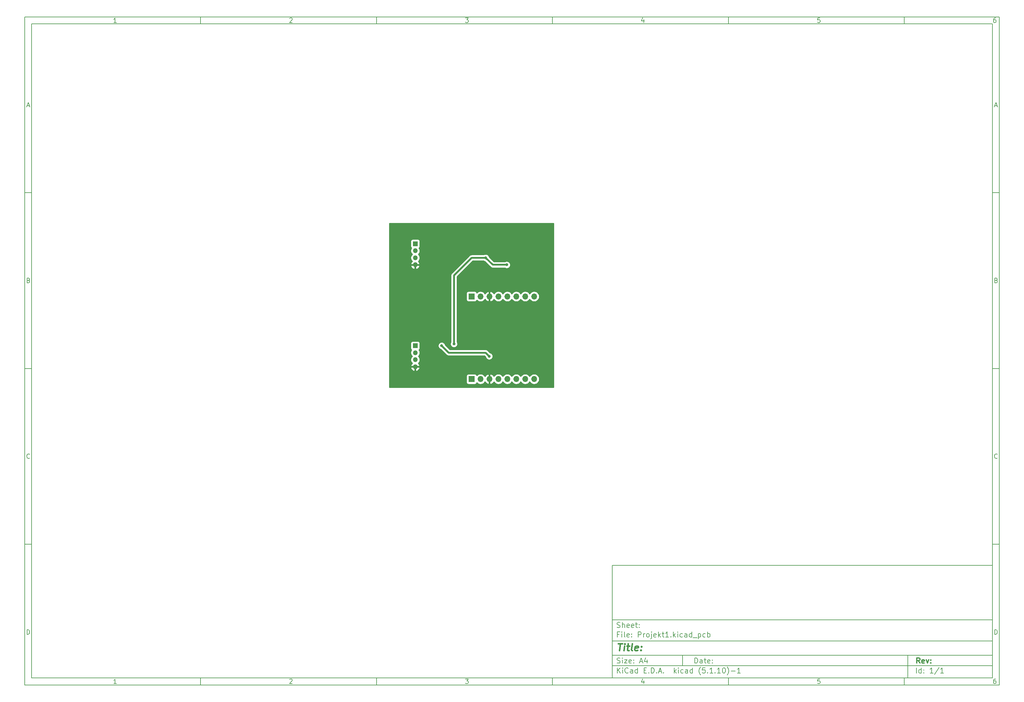
<source format=gbr>
%TF.GenerationSoftware,KiCad,Pcbnew,(5.1.10)-1*%
%TF.CreationDate,2021-11-12T10:04:19+01:00*%
%TF.ProjectId,Projekt1,50726f6a-656b-4743-912e-6b696361645f,rev?*%
%TF.SameCoordinates,Original*%
%TF.FileFunction,Copper,L2,Bot*%
%TF.FilePolarity,Positive*%
%FSLAX46Y46*%
G04 Gerber Fmt 4.6, Leading zero omitted, Abs format (unit mm)*
G04 Created by KiCad (PCBNEW (5.1.10)-1) date 2021-11-12 10:04:19*
%MOMM*%
%LPD*%
G01*
G04 APERTURE LIST*
%ADD10C,0.100000*%
%ADD11C,0.150000*%
%ADD12C,0.300000*%
%ADD13C,0.400000*%
%TA.AperFunction,ComponentPad*%
%ADD14O,1.700000X1.700000*%
%TD*%
%TA.AperFunction,ComponentPad*%
%ADD15R,1.700000X1.700000*%
%TD*%
%TA.AperFunction,ComponentPad*%
%ADD16O,1.350000X1.350000*%
%TD*%
%TA.AperFunction,ComponentPad*%
%ADD17R,1.350000X1.350000*%
%TD*%
%TA.AperFunction,ViaPad*%
%ADD18C,0.800000*%
%TD*%
%TA.AperFunction,Conductor*%
%ADD19C,0.500000*%
%TD*%
%TA.AperFunction,Conductor*%
%ADD20C,0.254000*%
%TD*%
%TA.AperFunction,Conductor*%
%ADD21C,0.100000*%
%TD*%
G04 APERTURE END LIST*
D10*
D11*
X177002200Y-166007200D02*
X177002200Y-198007200D01*
X285002200Y-198007200D01*
X285002200Y-166007200D01*
X177002200Y-166007200D01*
D10*
D11*
X10000000Y-10000000D02*
X10000000Y-200007200D01*
X287002200Y-200007200D01*
X287002200Y-10000000D01*
X10000000Y-10000000D01*
D10*
D11*
X12000000Y-12000000D02*
X12000000Y-198007200D01*
X285002200Y-198007200D01*
X285002200Y-12000000D01*
X12000000Y-12000000D01*
D10*
D11*
X60000000Y-12000000D02*
X60000000Y-10000000D01*
D10*
D11*
X110000000Y-12000000D02*
X110000000Y-10000000D01*
D10*
D11*
X160000000Y-12000000D02*
X160000000Y-10000000D01*
D10*
D11*
X210000000Y-12000000D02*
X210000000Y-10000000D01*
D10*
D11*
X260000000Y-12000000D02*
X260000000Y-10000000D01*
D10*
D11*
X36065476Y-11588095D02*
X35322619Y-11588095D01*
X35694047Y-11588095D02*
X35694047Y-10288095D01*
X35570238Y-10473809D01*
X35446428Y-10597619D01*
X35322619Y-10659523D01*
D10*
D11*
X85322619Y-10411904D02*
X85384523Y-10350000D01*
X85508333Y-10288095D01*
X85817857Y-10288095D01*
X85941666Y-10350000D01*
X86003571Y-10411904D01*
X86065476Y-10535714D01*
X86065476Y-10659523D01*
X86003571Y-10845238D01*
X85260714Y-11588095D01*
X86065476Y-11588095D01*
D10*
D11*
X135260714Y-10288095D02*
X136065476Y-10288095D01*
X135632142Y-10783333D01*
X135817857Y-10783333D01*
X135941666Y-10845238D01*
X136003571Y-10907142D01*
X136065476Y-11030952D01*
X136065476Y-11340476D01*
X136003571Y-11464285D01*
X135941666Y-11526190D01*
X135817857Y-11588095D01*
X135446428Y-11588095D01*
X135322619Y-11526190D01*
X135260714Y-11464285D01*
D10*
D11*
X185941666Y-10721428D02*
X185941666Y-11588095D01*
X185632142Y-10226190D02*
X185322619Y-11154761D01*
X186127380Y-11154761D01*
D10*
D11*
X236003571Y-10288095D02*
X235384523Y-10288095D01*
X235322619Y-10907142D01*
X235384523Y-10845238D01*
X235508333Y-10783333D01*
X235817857Y-10783333D01*
X235941666Y-10845238D01*
X236003571Y-10907142D01*
X236065476Y-11030952D01*
X236065476Y-11340476D01*
X236003571Y-11464285D01*
X235941666Y-11526190D01*
X235817857Y-11588095D01*
X235508333Y-11588095D01*
X235384523Y-11526190D01*
X235322619Y-11464285D01*
D10*
D11*
X285941666Y-10288095D02*
X285694047Y-10288095D01*
X285570238Y-10350000D01*
X285508333Y-10411904D01*
X285384523Y-10597619D01*
X285322619Y-10845238D01*
X285322619Y-11340476D01*
X285384523Y-11464285D01*
X285446428Y-11526190D01*
X285570238Y-11588095D01*
X285817857Y-11588095D01*
X285941666Y-11526190D01*
X286003571Y-11464285D01*
X286065476Y-11340476D01*
X286065476Y-11030952D01*
X286003571Y-10907142D01*
X285941666Y-10845238D01*
X285817857Y-10783333D01*
X285570238Y-10783333D01*
X285446428Y-10845238D01*
X285384523Y-10907142D01*
X285322619Y-11030952D01*
D10*
D11*
X60000000Y-198007200D02*
X60000000Y-200007200D01*
D10*
D11*
X110000000Y-198007200D02*
X110000000Y-200007200D01*
D10*
D11*
X160000000Y-198007200D02*
X160000000Y-200007200D01*
D10*
D11*
X210000000Y-198007200D02*
X210000000Y-200007200D01*
D10*
D11*
X260000000Y-198007200D02*
X260000000Y-200007200D01*
D10*
D11*
X36065476Y-199595295D02*
X35322619Y-199595295D01*
X35694047Y-199595295D02*
X35694047Y-198295295D01*
X35570238Y-198481009D01*
X35446428Y-198604819D01*
X35322619Y-198666723D01*
D10*
D11*
X85322619Y-198419104D02*
X85384523Y-198357200D01*
X85508333Y-198295295D01*
X85817857Y-198295295D01*
X85941666Y-198357200D01*
X86003571Y-198419104D01*
X86065476Y-198542914D01*
X86065476Y-198666723D01*
X86003571Y-198852438D01*
X85260714Y-199595295D01*
X86065476Y-199595295D01*
D10*
D11*
X135260714Y-198295295D02*
X136065476Y-198295295D01*
X135632142Y-198790533D01*
X135817857Y-198790533D01*
X135941666Y-198852438D01*
X136003571Y-198914342D01*
X136065476Y-199038152D01*
X136065476Y-199347676D01*
X136003571Y-199471485D01*
X135941666Y-199533390D01*
X135817857Y-199595295D01*
X135446428Y-199595295D01*
X135322619Y-199533390D01*
X135260714Y-199471485D01*
D10*
D11*
X185941666Y-198728628D02*
X185941666Y-199595295D01*
X185632142Y-198233390D02*
X185322619Y-199161961D01*
X186127380Y-199161961D01*
D10*
D11*
X236003571Y-198295295D02*
X235384523Y-198295295D01*
X235322619Y-198914342D01*
X235384523Y-198852438D01*
X235508333Y-198790533D01*
X235817857Y-198790533D01*
X235941666Y-198852438D01*
X236003571Y-198914342D01*
X236065476Y-199038152D01*
X236065476Y-199347676D01*
X236003571Y-199471485D01*
X235941666Y-199533390D01*
X235817857Y-199595295D01*
X235508333Y-199595295D01*
X235384523Y-199533390D01*
X235322619Y-199471485D01*
D10*
D11*
X285941666Y-198295295D02*
X285694047Y-198295295D01*
X285570238Y-198357200D01*
X285508333Y-198419104D01*
X285384523Y-198604819D01*
X285322619Y-198852438D01*
X285322619Y-199347676D01*
X285384523Y-199471485D01*
X285446428Y-199533390D01*
X285570238Y-199595295D01*
X285817857Y-199595295D01*
X285941666Y-199533390D01*
X286003571Y-199471485D01*
X286065476Y-199347676D01*
X286065476Y-199038152D01*
X286003571Y-198914342D01*
X285941666Y-198852438D01*
X285817857Y-198790533D01*
X285570238Y-198790533D01*
X285446428Y-198852438D01*
X285384523Y-198914342D01*
X285322619Y-199038152D01*
D10*
D11*
X10000000Y-60000000D02*
X12000000Y-60000000D01*
D10*
D11*
X10000000Y-110000000D02*
X12000000Y-110000000D01*
D10*
D11*
X10000000Y-160000000D02*
X12000000Y-160000000D01*
D10*
D11*
X10690476Y-35216666D02*
X11309523Y-35216666D01*
X10566666Y-35588095D02*
X11000000Y-34288095D01*
X11433333Y-35588095D01*
D10*
D11*
X11092857Y-84907142D02*
X11278571Y-84969047D01*
X11340476Y-85030952D01*
X11402380Y-85154761D01*
X11402380Y-85340476D01*
X11340476Y-85464285D01*
X11278571Y-85526190D01*
X11154761Y-85588095D01*
X10659523Y-85588095D01*
X10659523Y-84288095D01*
X11092857Y-84288095D01*
X11216666Y-84350000D01*
X11278571Y-84411904D01*
X11340476Y-84535714D01*
X11340476Y-84659523D01*
X11278571Y-84783333D01*
X11216666Y-84845238D01*
X11092857Y-84907142D01*
X10659523Y-84907142D01*
D10*
D11*
X11402380Y-135464285D02*
X11340476Y-135526190D01*
X11154761Y-135588095D01*
X11030952Y-135588095D01*
X10845238Y-135526190D01*
X10721428Y-135402380D01*
X10659523Y-135278571D01*
X10597619Y-135030952D01*
X10597619Y-134845238D01*
X10659523Y-134597619D01*
X10721428Y-134473809D01*
X10845238Y-134350000D01*
X11030952Y-134288095D01*
X11154761Y-134288095D01*
X11340476Y-134350000D01*
X11402380Y-134411904D01*
D10*
D11*
X10659523Y-185588095D02*
X10659523Y-184288095D01*
X10969047Y-184288095D01*
X11154761Y-184350000D01*
X11278571Y-184473809D01*
X11340476Y-184597619D01*
X11402380Y-184845238D01*
X11402380Y-185030952D01*
X11340476Y-185278571D01*
X11278571Y-185402380D01*
X11154761Y-185526190D01*
X10969047Y-185588095D01*
X10659523Y-185588095D01*
D10*
D11*
X287002200Y-60000000D02*
X285002200Y-60000000D01*
D10*
D11*
X287002200Y-110000000D02*
X285002200Y-110000000D01*
D10*
D11*
X287002200Y-160000000D02*
X285002200Y-160000000D01*
D10*
D11*
X285692676Y-35216666D02*
X286311723Y-35216666D01*
X285568866Y-35588095D02*
X286002200Y-34288095D01*
X286435533Y-35588095D01*
D10*
D11*
X286095057Y-84907142D02*
X286280771Y-84969047D01*
X286342676Y-85030952D01*
X286404580Y-85154761D01*
X286404580Y-85340476D01*
X286342676Y-85464285D01*
X286280771Y-85526190D01*
X286156961Y-85588095D01*
X285661723Y-85588095D01*
X285661723Y-84288095D01*
X286095057Y-84288095D01*
X286218866Y-84350000D01*
X286280771Y-84411904D01*
X286342676Y-84535714D01*
X286342676Y-84659523D01*
X286280771Y-84783333D01*
X286218866Y-84845238D01*
X286095057Y-84907142D01*
X285661723Y-84907142D01*
D10*
D11*
X286404580Y-135464285D02*
X286342676Y-135526190D01*
X286156961Y-135588095D01*
X286033152Y-135588095D01*
X285847438Y-135526190D01*
X285723628Y-135402380D01*
X285661723Y-135278571D01*
X285599819Y-135030952D01*
X285599819Y-134845238D01*
X285661723Y-134597619D01*
X285723628Y-134473809D01*
X285847438Y-134350000D01*
X286033152Y-134288095D01*
X286156961Y-134288095D01*
X286342676Y-134350000D01*
X286404580Y-134411904D01*
D10*
D11*
X285661723Y-185588095D02*
X285661723Y-184288095D01*
X285971247Y-184288095D01*
X286156961Y-184350000D01*
X286280771Y-184473809D01*
X286342676Y-184597619D01*
X286404580Y-184845238D01*
X286404580Y-185030952D01*
X286342676Y-185278571D01*
X286280771Y-185402380D01*
X286156961Y-185526190D01*
X285971247Y-185588095D01*
X285661723Y-185588095D01*
D10*
D11*
X200434342Y-193785771D02*
X200434342Y-192285771D01*
X200791485Y-192285771D01*
X201005771Y-192357200D01*
X201148628Y-192500057D01*
X201220057Y-192642914D01*
X201291485Y-192928628D01*
X201291485Y-193142914D01*
X201220057Y-193428628D01*
X201148628Y-193571485D01*
X201005771Y-193714342D01*
X200791485Y-193785771D01*
X200434342Y-193785771D01*
X202577200Y-193785771D02*
X202577200Y-193000057D01*
X202505771Y-192857200D01*
X202362914Y-192785771D01*
X202077200Y-192785771D01*
X201934342Y-192857200D01*
X202577200Y-193714342D02*
X202434342Y-193785771D01*
X202077200Y-193785771D01*
X201934342Y-193714342D01*
X201862914Y-193571485D01*
X201862914Y-193428628D01*
X201934342Y-193285771D01*
X202077200Y-193214342D01*
X202434342Y-193214342D01*
X202577200Y-193142914D01*
X203077200Y-192785771D02*
X203648628Y-192785771D01*
X203291485Y-192285771D02*
X203291485Y-193571485D01*
X203362914Y-193714342D01*
X203505771Y-193785771D01*
X203648628Y-193785771D01*
X204720057Y-193714342D02*
X204577200Y-193785771D01*
X204291485Y-193785771D01*
X204148628Y-193714342D01*
X204077200Y-193571485D01*
X204077200Y-193000057D01*
X204148628Y-192857200D01*
X204291485Y-192785771D01*
X204577200Y-192785771D01*
X204720057Y-192857200D01*
X204791485Y-193000057D01*
X204791485Y-193142914D01*
X204077200Y-193285771D01*
X205434342Y-193642914D02*
X205505771Y-193714342D01*
X205434342Y-193785771D01*
X205362914Y-193714342D01*
X205434342Y-193642914D01*
X205434342Y-193785771D01*
X205434342Y-192857200D02*
X205505771Y-192928628D01*
X205434342Y-193000057D01*
X205362914Y-192928628D01*
X205434342Y-192857200D01*
X205434342Y-193000057D01*
D10*
D11*
X177002200Y-194507200D02*
X285002200Y-194507200D01*
D10*
D11*
X178434342Y-196585771D02*
X178434342Y-195085771D01*
X179291485Y-196585771D02*
X178648628Y-195728628D01*
X179291485Y-195085771D02*
X178434342Y-195942914D01*
X179934342Y-196585771D02*
X179934342Y-195585771D01*
X179934342Y-195085771D02*
X179862914Y-195157200D01*
X179934342Y-195228628D01*
X180005771Y-195157200D01*
X179934342Y-195085771D01*
X179934342Y-195228628D01*
X181505771Y-196442914D02*
X181434342Y-196514342D01*
X181220057Y-196585771D01*
X181077200Y-196585771D01*
X180862914Y-196514342D01*
X180720057Y-196371485D01*
X180648628Y-196228628D01*
X180577200Y-195942914D01*
X180577200Y-195728628D01*
X180648628Y-195442914D01*
X180720057Y-195300057D01*
X180862914Y-195157200D01*
X181077200Y-195085771D01*
X181220057Y-195085771D01*
X181434342Y-195157200D01*
X181505771Y-195228628D01*
X182791485Y-196585771D02*
X182791485Y-195800057D01*
X182720057Y-195657200D01*
X182577200Y-195585771D01*
X182291485Y-195585771D01*
X182148628Y-195657200D01*
X182791485Y-196514342D02*
X182648628Y-196585771D01*
X182291485Y-196585771D01*
X182148628Y-196514342D01*
X182077200Y-196371485D01*
X182077200Y-196228628D01*
X182148628Y-196085771D01*
X182291485Y-196014342D01*
X182648628Y-196014342D01*
X182791485Y-195942914D01*
X184148628Y-196585771D02*
X184148628Y-195085771D01*
X184148628Y-196514342D02*
X184005771Y-196585771D01*
X183720057Y-196585771D01*
X183577200Y-196514342D01*
X183505771Y-196442914D01*
X183434342Y-196300057D01*
X183434342Y-195871485D01*
X183505771Y-195728628D01*
X183577200Y-195657200D01*
X183720057Y-195585771D01*
X184005771Y-195585771D01*
X184148628Y-195657200D01*
X186005771Y-195800057D02*
X186505771Y-195800057D01*
X186720057Y-196585771D02*
X186005771Y-196585771D01*
X186005771Y-195085771D01*
X186720057Y-195085771D01*
X187362914Y-196442914D02*
X187434342Y-196514342D01*
X187362914Y-196585771D01*
X187291485Y-196514342D01*
X187362914Y-196442914D01*
X187362914Y-196585771D01*
X188077200Y-196585771D02*
X188077200Y-195085771D01*
X188434342Y-195085771D01*
X188648628Y-195157200D01*
X188791485Y-195300057D01*
X188862914Y-195442914D01*
X188934342Y-195728628D01*
X188934342Y-195942914D01*
X188862914Y-196228628D01*
X188791485Y-196371485D01*
X188648628Y-196514342D01*
X188434342Y-196585771D01*
X188077200Y-196585771D01*
X189577200Y-196442914D02*
X189648628Y-196514342D01*
X189577200Y-196585771D01*
X189505771Y-196514342D01*
X189577200Y-196442914D01*
X189577200Y-196585771D01*
X190220057Y-196157200D02*
X190934342Y-196157200D01*
X190077200Y-196585771D02*
X190577200Y-195085771D01*
X191077200Y-196585771D01*
X191577200Y-196442914D02*
X191648628Y-196514342D01*
X191577200Y-196585771D01*
X191505771Y-196514342D01*
X191577200Y-196442914D01*
X191577200Y-196585771D01*
X194577200Y-196585771D02*
X194577200Y-195085771D01*
X194720057Y-196014342D02*
X195148628Y-196585771D01*
X195148628Y-195585771D02*
X194577200Y-196157200D01*
X195791485Y-196585771D02*
X195791485Y-195585771D01*
X195791485Y-195085771D02*
X195720057Y-195157200D01*
X195791485Y-195228628D01*
X195862914Y-195157200D01*
X195791485Y-195085771D01*
X195791485Y-195228628D01*
X197148628Y-196514342D02*
X197005771Y-196585771D01*
X196720057Y-196585771D01*
X196577200Y-196514342D01*
X196505771Y-196442914D01*
X196434342Y-196300057D01*
X196434342Y-195871485D01*
X196505771Y-195728628D01*
X196577200Y-195657200D01*
X196720057Y-195585771D01*
X197005771Y-195585771D01*
X197148628Y-195657200D01*
X198434342Y-196585771D02*
X198434342Y-195800057D01*
X198362914Y-195657200D01*
X198220057Y-195585771D01*
X197934342Y-195585771D01*
X197791485Y-195657200D01*
X198434342Y-196514342D02*
X198291485Y-196585771D01*
X197934342Y-196585771D01*
X197791485Y-196514342D01*
X197720057Y-196371485D01*
X197720057Y-196228628D01*
X197791485Y-196085771D01*
X197934342Y-196014342D01*
X198291485Y-196014342D01*
X198434342Y-195942914D01*
X199791485Y-196585771D02*
X199791485Y-195085771D01*
X199791485Y-196514342D02*
X199648628Y-196585771D01*
X199362914Y-196585771D01*
X199220057Y-196514342D01*
X199148628Y-196442914D01*
X199077200Y-196300057D01*
X199077200Y-195871485D01*
X199148628Y-195728628D01*
X199220057Y-195657200D01*
X199362914Y-195585771D01*
X199648628Y-195585771D01*
X199791485Y-195657200D01*
X202077200Y-197157200D02*
X202005771Y-197085771D01*
X201862914Y-196871485D01*
X201791485Y-196728628D01*
X201720057Y-196514342D01*
X201648628Y-196157200D01*
X201648628Y-195871485D01*
X201720057Y-195514342D01*
X201791485Y-195300057D01*
X201862914Y-195157200D01*
X202005771Y-194942914D01*
X202077200Y-194871485D01*
X203362914Y-195085771D02*
X202648628Y-195085771D01*
X202577200Y-195800057D01*
X202648628Y-195728628D01*
X202791485Y-195657200D01*
X203148628Y-195657200D01*
X203291485Y-195728628D01*
X203362914Y-195800057D01*
X203434342Y-195942914D01*
X203434342Y-196300057D01*
X203362914Y-196442914D01*
X203291485Y-196514342D01*
X203148628Y-196585771D01*
X202791485Y-196585771D01*
X202648628Y-196514342D01*
X202577200Y-196442914D01*
X204077200Y-196442914D02*
X204148628Y-196514342D01*
X204077200Y-196585771D01*
X204005771Y-196514342D01*
X204077200Y-196442914D01*
X204077200Y-196585771D01*
X205577200Y-196585771D02*
X204720057Y-196585771D01*
X205148628Y-196585771D02*
X205148628Y-195085771D01*
X205005771Y-195300057D01*
X204862914Y-195442914D01*
X204720057Y-195514342D01*
X206220057Y-196442914D02*
X206291485Y-196514342D01*
X206220057Y-196585771D01*
X206148628Y-196514342D01*
X206220057Y-196442914D01*
X206220057Y-196585771D01*
X207720057Y-196585771D02*
X206862914Y-196585771D01*
X207291485Y-196585771D02*
X207291485Y-195085771D01*
X207148628Y-195300057D01*
X207005771Y-195442914D01*
X206862914Y-195514342D01*
X208648628Y-195085771D02*
X208791485Y-195085771D01*
X208934342Y-195157200D01*
X209005771Y-195228628D01*
X209077200Y-195371485D01*
X209148628Y-195657200D01*
X209148628Y-196014342D01*
X209077200Y-196300057D01*
X209005771Y-196442914D01*
X208934342Y-196514342D01*
X208791485Y-196585771D01*
X208648628Y-196585771D01*
X208505771Y-196514342D01*
X208434342Y-196442914D01*
X208362914Y-196300057D01*
X208291485Y-196014342D01*
X208291485Y-195657200D01*
X208362914Y-195371485D01*
X208434342Y-195228628D01*
X208505771Y-195157200D01*
X208648628Y-195085771D01*
X209648628Y-197157200D02*
X209720057Y-197085771D01*
X209862914Y-196871485D01*
X209934342Y-196728628D01*
X210005771Y-196514342D01*
X210077200Y-196157200D01*
X210077200Y-195871485D01*
X210005771Y-195514342D01*
X209934342Y-195300057D01*
X209862914Y-195157200D01*
X209720057Y-194942914D01*
X209648628Y-194871485D01*
X210791485Y-196014342D02*
X211934342Y-196014342D01*
X213434342Y-196585771D02*
X212577200Y-196585771D01*
X213005771Y-196585771D02*
X213005771Y-195085771D01*
X212862914Y-195300057D01*
X212720057Y-195442914D01*
X212577200Y-195514342D01*
D10*
D11*
X177002200Y-191507200D02*
X285002200Y-191507200D01*
D10*
D12*
X264411485Y-193785771D02*
X263911485Y-193071485D01*
X263554342Y-193785771D02*
X263554342Y-192285771D01*
X264125771Y-192285771D01*
X264268628Y-192357200D01*
X264340057Y-192428628D01*
X264411485Y-192571485D01*
X264411485Y-192785771D01*
X264340057Y-192928628D01*
X264268628Y-193000057D01*
X264125771Y-193071485D01*
X263554342Y-193071485D01*
X265625771Y-193714342D02*
X265482914Y-193785771D01*
X265197200Y-193785771D01*
X265054342Y-193714342D01*
X264982914Y-193571485D01*
X264982914Y-193000057D01*
X265054342Y-192857200D01*
X265197200Y-192785771D01*
X265482914Y-192785771D01*
X265625771Y-192857200D01*
X265697200Y-193000057D01*
X265697200Y-193142914D01*
X264982914Y-193285771D01*
X266197200Y-192785771D02*
X266554342Y-193785771D01*
X266911485Y-192785771D01*
X267482914Y-193642914D02*
X267554342Y-193714342D01*
X267482914Y-193785771D01*
X267411485Y-193714342D01*
X267482914Y-193642914D01*
X267482914Y-193785771D01*
X267482914Y-192857200D02*
X267554342Y-192928628D01*
X267482914Y-193000057D01*
X267411485Y-192928628D01*
X267482914Y-192857200D01*
X267482914Y-193000057D01*
D10*
D11*
X178362914Y-193714342D02*
X178577200Y-193785771D01*
X178934342Y-193785771D01*
X179077200Y-193714342D01*
X179148628Y-193642914D01*
X179220057Y-193500057D01*
X179220057Y-193357200D01*
X179148628Y-193214342D01*
X179077200Y-193142914D01*
X178934342Y-193071485D01*
X178648628Y-193000057D01*
X178505771Y-192928628D01*
X178434342Y-192857200D01*
X178362914Y-192714342D01*
X178362914Y-192571485D01*
X178434342Y-192428628D01*
X178505771Y-192357200D01*
X178648628Y-192285771D01*
X179005771Y-192285771D01*
X179220057Y-192357200D01*
X179862914Y-193785771D02*
X179862914Y-192785771D01*
X179862914Y-192285771D02*
X179791485Y-192357200D01*
X179862914Y-192428628D01*
X179934342Y-192357200D01*
X179862914Y-192285771D01*
X179862914Y-192428628D01*
X180434342Y-192785771D02*
X181220057Y-192785771D01*
X180434342Y-193785771D01*
X181220057Y-193785771D01*
X182362914Y-193714342D02*
X182220057Y-193785771D01*
X181934342Y-193785771D01*
X181791485Y-193714342D01*
X181720057Y-193571485D01*
X181720057Y-193000057D01*
X181791485Y-192857200D01*
X181934342Y-192785771D01*
X182220057Y-192785771D01*
X182362914Y-192857200D01*
X182434342Y-193000057D01*
X182434342Y-193142914D01*
X181720057Y-193285771D01*
X183077200Y-193642914D02*
X183148628Y-193714342D01*
X183077200Y-193785771D01*
X183005771Y-193714342D01*
X183077200Y-193642914D01*
X183077200Y-193785771D01*
X183077200Y-192857200D02*
X183148628Y-192928628D01*
X183077200Y-193000057D01*
X183005771Y-192928628D01*
X183077200Y-192857200D01*
X183077200Y-193000057D01*
X184862914Y-193357200D02*
X185577200Y-193357200D01*
X184720057Y-193785771D02*
X185220057Y-192285771D01*
X185720057Y-193785771D01*
X186862914Y-192785771D02*
X186862914Y-193785771D01*
X186505771Y-192214342D02*
X186148628Y-193285771D01*
X187077200Y-193285771D01*
D10*
D11*
X263434342Y-196585771D02*
X263434342Y-195085771D01*
X264791485Y-196585771D02*
X264791485Y-195085771D01*
X264791485Y-196514342D02*
X264648628Y-196585771D01*
X264362914Y-196585771D01*
X264220057Y-196514342D01*
X264148628Y-196442914D01*
X264077200Y-196300057D01*
X264077200Y-195871485D01*
X264148628Y-195728628D01*
X264220057Y-195657200D01*
X264362914Y-195585771D01*
X264648628Y-195585771D01*
X264791485Y-195657200D01*
X265505771Y-196442914D02*
X265577200Y-196514342D01*
X265505771Y-196585771D01*
X265434342Y-196514342D01*
X265505771Y-196442914D01*
X265505771Y-196585771D01*
X265505771Y-195657200D02*
X265577200Y-195728628D01*
X265505771Y-195800057D01*
X265434342Y-195728628D01*
X265505771Y-195657200D01*
X265505771Y-195800057D01*
X268148628Y-196585771D02*
X267291485Y-196585771D01*
X267720057Y-196585771D02*
X267720057Y-195085771D01*
X267577200Y-195300057D01*
X267434342Y-195442914D01*
X267291485Y-195514342D01*
X269862914Y-195014342D02*
X268577200Y-196942914D01*
X271148628Y-196585771D02*
X270291485Y-196585771D01*
X270720057Y-196585771D02*
X270720057Y-195085771D01*
X270577200Y-195300057D01*
X270434342Y-195442914D01*
X270291485Y-195514342D01*
D10*
D11*
X177002200Y-187507200D02*
X285002200Y-187507200D01*
D10*
D13*
X178714580Y-188211961D02*
X179857438Y-188211961D01*
X179036009Y-190211961D02*
X179286009Y-188211961D01*
X180274104Y-190211961D02*
X180440771Y-188878628D01*
X180524104Y-188211961D02*
X180416961Y-188307200D01*
X180500295Y-188402438D01*
X180607438Y-188307200D01*
X180524104Y-188211961D01*
X180500295Y-188402438D01*
X181107438Y-188878628D02*
X181869342Y-188878628D01*
X181476485Y-188211961D02*
X181262200Y-189926247D01*
X181333628Y-190116723D01*
X181512200Y-190211961D01*
X181702676Y-190211961D01*
X182655057Y-190211961D02*
X182476485Y-190116723D01*
X182405057Y-189926247D01*
X182619342Y-188211961D01*
X184190771Y-190116723D02*
X183988390Y-190211961D01*
X183607438Y-190211961D01*
X183428866Y-190116723D01*
X183357438Y-189926247D01*
X183452676Y-189164342D01*
X183571723Y-188973866D01*
X183774104Y-188878628D01*
X184155057Y-188878628D01*
X184333628Y-188973866D01*
X184405057Y-189164342D01*
X184381247Y-189354819D01*
X183405057Y-189545295D01*
X185155057Y-190021485D02*
X185238390Y-190116723D01*
X185131247Y-190211961D01*
X185047914Y-190116723D01*
X185155057Y-190021485D01*
X185131247Y-190211961D01*
X185286009Y-188973866D02*
X185369342Y-189069104D01*
X185262200Y-189164342D01*
X185178866Y-189069104D01*
X185286009Y-188973866D01*
X185262200Y-189164342D01*
D10*
D11*
X178934342Y-185600057D02*
X178434342Y-185600057D01*
X178434342Y-186385771D02*
X178434342Y-184885771D01*
X179148628Y-184885771D01*
X179720057Y-186385771D02*
X179720057Y-185385771D01*
X179720057Y-184885771D02*
X179648628Y-184957200D01*
X179720057Y-185028628D01*
X179791485Y-184957200D01*
X179720057Y-184885771D01*
X179720057Y-185028628D01*
X180648628Y-186385771D02*
X180505771Y-186314342D01*
X180434342Y-186171485D01*
X180434342Y-184885771D01*
X181791485Y-186314342D02*
X181648628Y-186385771D01*
X181362914Y-186385771D01*
X181220057Y-186314342D01*
X181148628Y-186171485D01*
X181148628Y-185600057D01*
X181220057Y-185457200D01*
X181362914Y-185385771D01*
X181648628Y-185385771D01*
X181791485Y-185457200D01*
X181862914Y-185600057D01*
X181862914Y-185742914D01*
X181148628Y-185885771D01*
X182505771Y-186242914D02*
X182577200Y-186314342D01*
X182505771Y-186385771D01*
X182434342Y-186314342D01*
X182505771Y-186242914D01*
X182505771Y-186385771D01*
X182505771Y-185457200D02*
X182577200Y-185528628D01*
X182505771Y-185600057D01*
X182434342Y-185528628D01*
X182505771Y-185457200D01*
X182505771Y-185600057D01*
X184362914Y-186385771D02*
X184362914Y-184885771D01*
X184934342Y-184885771D01*
X185077200Y-184957200D01*
X185148628Y-185028628D01*
X185220057Y-185171485D01*
X185220057Y-185385771D01*
X185148628Y-185528628D01*
X185077200Y-185600057D01*
X184934342Y-185671485D01*
X184362914Y-185671485D01*
X185862914Y-186385771D02*
X185862914Y-185385771D01*
X185862914Y-185671485D02*
X185934342Y-185528628D01*
X186005771Y-185457200D01*
X186148628Y-185385771D01*
X186291485Y-185385771D01*
X187005771Y-186385771D02*
X186862914Y-186314342D01*
X186791485Y-186242914D01*
X186720057Y-186100057D01*
X186720057Y-185671485D01*
X186791485Y-185528628D01*
X186862914Y-185457200D01*
X187005771Y-185385771D01*
X187220057Y-185385771D01*
X187362914Y-185457200D01*
X187434342Y-185528628D01*
X187505771Y-185671485D01*
X187505771Y-186100057D01*
X187434342Y-186242914D01*
X187362914Y-186314342D01*
X187220057Y-186385771D01*
X187005771Y-186385771D01*
X188148628Y-185385771D02*
X188148628Y-186671485D01*
X188077200Y-186814342D01*
X187934342Y-186885771D01*
X187862914Y-186885771D01*
X188148628Y-184885771D02*
X188077200Y-184957200D01*
X188148628Y-185028628D01*
X188220057Y-184957200D01*
X188148628Y-184885771D01*
X188148628Y-185028628D01*
X189434342Y-186314342D02*
X189291485Y-186385771D01*
X189005771Y-186385771D01*
X188862914Y-186314342D01*
X188791485Y-186171485D01*
X188791485Y-185600057D01*
X188862914Y-185457200D01*
X189005771Y-185385771D01*
X189291485Y-185385771D01*
X189434342Y-185457200D01*
X189505771Y-185600057D01*
X189505771Y-185742914D01*
X188791485Y-185885771D01*
X190148628Y-186385771D02*
X190148628Y-184885771D01*
X190291485Y-185814342D02*
X190720057Y-186385771D01*
X190720057Y-185385771D02*
X190148628Y-185957200D01*
X191148628Y-185385771D02*
X191720057Y-185385771D01*
X191362914Y-184885771D02*
X191362914Y-186171485D01*
X191434342Y-186314342D01*
X191577200Y-186385771D01*
X191720057Y-186385771D01*
X193005771Y-186385771D02*
X192148628Y-186385771D01*
X192577200Y-186385771D02*
X192577200Y-184885771D01*
X192434342Y-185100057D01*
X192291485Y-185242914D01*
X192148628Y-185314342D01*
X193648628Y-186242914D02*
X193720057Y-186314342D01*
X193648628Y-186385771D01*
X193577200Y-186314342D01*
X193648628Y-186242914D01*
X193648628Y-186385771D01*
X194362914Y-186385771D02*
X194362914Y-184885771D01*
X194505771Y-185814342D02*
X194934342Y-186385771D01*
X194934342Y-185385771D02*
X194362914Y-185957200D01*
X195577200Y-186385771D02*
X195577200Y-185385771D01*
X195577200Y-184885771D02*
X195505771Y-184957200D01*
X195577200Y-185028628D01*
X195648628Y-184957200D01*
X195577200Y-184885771D01*
X195577200Y-185028628D01*
X196934342Y-186314342D02*
X196791485Y-186385771D01*
X196505771Y-186385771D01*
X196362914Y-186314342D01*
X196291485Y-186242914D01*
X196220057Y-186100057D01*
X196220057Y-185671485D01*
X196291485Y-185528628D01*
X196362914Y-185457200D01*
X196505771Y-185385771D01*
X196791485Y-185385771D01*
X196934342Y-185457200D01*
X198220057Y-186385771D02*
X198220057Y-185600057D01*
X198148628Y-185457200D01*
X198005771Y-185385771D01*
X197720057Y-185385771D01*
X197577200Y-185457200D01*
X198220057Y-186314342D02*
X198077200Y-186385771D01*
X197720057Y-186385771D01*
X197577200Y-186314342D01*
X197505771Y-186171485D01*
X197505771Y-186028628D01*
X197577200Y-185885771D01*
X197720057Y-185814342D01*
X198077200Y-185814342D01*
X198220057Y-185742914D01*
X199577200Y-186385771D02*
X199577200Y-184885771D01*
X199577200Y-186314342D02*
X199434342Y-186385771D01*
X199148628Y-186385771D01*
X199005771Y-186314342D01*
X198934342Y-186242914D01*
X198862914Y-186100057D01*
X198862914Y-185671485D01*
X198934342Y-185528628D01*
X199005771Y-185457200D01*
X199148628Y-185385771D01*
X199434342Y-185385771D01*
X199577200Y-185457200D01*
X199934342Y-186528628D02*
X201077200Y-186528628D01*
X201434342Y-185385771D02*
X201434342Y-186885771D01*
X201434342Y-185457200D02*
X201577200Y-185385771D01*
X201862914Y-185385771D01*
X202005771Y-185457200D01*
X202077200Y-185528628D01*
X202148628Y-185671485D01*
X202148628Y-186100057D01*
X202077200Y-186242914D01*
X202005771Y-186314342D01*
X201862914Y-186385771D01*
X201577200Y-186385771D01*
X201434342Y-186314342D01*
X203434342Y-186314342D02*
X203291485Y-186385771D01*
X203005771Y-186385771D01*
X202862914Y-186314342D01*
X202791485Y-186242914D01*
X202720057Y-186100057D01*
X202720057Y-185671485D01*
X202791485Y-185528628D01*
X202862914Y-185457200D01*
X203005771Y-185385771D01*
X203291485Y-185385771D01*
X203434342Y-185457200D01*
X204077200Y-186385771D02*
X204077200Y-184885771D01*
X204077200Y-185457200D02*
X204220057Y-185385771D01*
X204505771Y-185385771D01*
X204648628Y-185457200D01*
X204720057Y-185528628D01*
X204791485Y-185671485D01*
X204791485Y-186100057D01*
X204720057Y-186242914D01*
X204648628Y-186314342D01*
X204505771Y-186385771D01*
X204220057Y-186385771D01*
X204077200Y-186314342D01*
D10*
D11*
X177002200Y-181507200D02*
X285002200Y-181507200D01*
D10*
D11*
X178362914Y-183614342D02*
X178577200Y-183685771D01*
X178934342Y-183685771D01*
X179077200Y-183614342D01*
X179148628Y-183542914D01*
X179220057Y-183400057D01*
X179220057Y-183257200D01*
X179148628Y-183114342D01*
X179077200Y-183042914D01*
X178934342Y-182971485D01*
X178648628Y-182900057D01*
X178505771Y-182828628D01*
X178434342Y-182757200D01*
X178362914Y-182614342D01*
X178362914Y-182471485D01*
X178434342Y-182328628D01*
X178505771Y-182257200D01*
X178648628Y-182185771D01*
X179005771Y-182185771D01*
X179220057Y-182257200D01*
X179862914Y-183685771D02*
X179862914Y-182185771D01*
X180505771Y-183685771D02*
X180505771Y-182900057D01*
X180434342Y-182757200D01*
X180291485Y-182685771D01*
X180077200Y-182685771D01*
X179934342Y-182757200D01*
X179862914Y-182828628D01*
X181791485Y-183614342D02*
X181648628Y-183685771D01*
X181362914Y-183685771D01*
X181220057Y-183614342D01*
X181148628Y-183471485D01*
X181148628Y-182900057D01*
X181220057Y-182757200D01*
X181362914Y-182685771D01*
X181648628Y-182685771D01*
X181791485Y-182757200D01*
X181862914Y-182900057D01*
X181862914Y-183042914D01*
X181148628Y-183185771D01*
X183077200Y-183614342D02*
X182934342Y-183685771D01*
X182648628Y-183685771D01*
X182505771Y-183614342D01*
X182434342Y-183471485D01*
X182434342Y-182900057D01*
X182505771Y-182757200D01*
X182648628Y-182685771D01*
X182934342Y-182685771D01*
X183077200Y-182757200D01*
X183148628Y-182900057D01*
X183148628Y-183042914D01*
X182434342Y-183185771D01*
X183577200Y-182685771D02*
X184148628Y-182685771D01*
X183791485Y-182185771D02*
X183791485Y-183471485D01*
X183862914Y-183614342D01*
X184005771Y-183685771D01*
X184148628Y-183685771D01*
X184648628Y-183542914D02*
X184720057Y-183614342D01*
X184648628Y-183685771D01*
X184577200Y-183614342D01*
X184648628Y-183542914D01*
X184648628Y-183685771D01*
X184648628Y-182757200D02*
X184720057Y-182828628D01*
X184648628Y-182900057D01*
X184577200Y-182828628D01*
X184648628Y-182757200D01*
X184648628Y-182900057D01*
D10*
D11*
X197002200Y-191507200D02*
X197002200Y-194507200D01*
D10*
D11*
X261002200Y-191507200D02*
X261002200Y-198007200D01*
D14*
%TO.P,J4,8*%
%TO.N,N/C*%
X154780000Y-113000000D03*
%TO.P,J4,7*%
X152240000Y-113000000D03*
%TO.P,J4,6*%
X149700000Y-113000000D03*
%TO.P,J4,5*%
%TO.N,SDA*%
X147160000Y-113000000D03*
%TO.P,J4,4*%
%TO.N,SCL*%
X144620000Y-113000000D03*
%TO.P,J4,3*%
%TO.N,GND*%
X142080000Y-113000000D03*
%TO.P,J4,2*%
%TO.N,+3V3*%
X139540000Y-113000000D03*
D15*
%TO.P,J4,1*%
%TO.N,N/C*%
X137000000Y-113000000D03*
%TD*%
D14*
%TO.P,J3,8*%
%TO.N,N/C*%
X154780000Y-89500000D03*
%TO.P,J3,7*%
X152240000Y-89500000D03*
%TO.P,J3,6*%
X149700000Y-89500000D03*
%TO.P,J3,5*%
%TO.N,SDA*%
X147160000Y-89500000D03*
%TO.P,J3,4*%
%TO.N,SCL*%
X144620000Y-89500000D03*
%TO.P,J3,3*%
%TO.N,GND*%
X142080000Y-89500000D03*
%TO.P,J3,2*%
%TO.N,+3V3*%
X139540000Y-89500000D03*
D15*
%TO.P,J3,1*%
%TO.N,N/C*%
X137000000Y-89500000D03*
%TD*%
D16*
%TO.P,J2,4*%
%TO.N,GND*%
X121000000Y-109500000D03*
%TO.P,J2,3*%
%TO.N,+3V3*%
X121000000Y-107500000D03*
%TO.P,J2,2*%
%TO.N,SDA*%
X121000000Y-105500000D03*
D17*
%TO.P,J2,1*%
%TO.N,SCL*%
X121000000Y-103500000D03*
%TD*%
D16*
%TO.P,J1,4*%
%TO.N,GND*%
X121000000Y-80500000D03*
%TO.P,J1,3*%
%TO.N,+3V3*%
X121000000Y-78500000D03*
%TO.P,J1,2*%
%TO.N,SDA*%
X121000000Y-76500000D03*
D17*
%TO.P,J1,1*%
%TO.N,SCL*%
X121000000Y-74500000D03*
%TD*%
D18*
%TO.N,GND*%
X159000000Y-70000000D03*
X159000000Y-113500000D03*
X129500000Y-113500000D03*
X116500000Y-91500000D03*
X129000000Y-71000000D03*
X136000000Y-95000000D03*
%TO.N,SDA*%
X141000000Y-78500000D03*
X147000000Y-80500000D03*
X132000000Y-103000000D03*
%TO.N,SCL*%
X142000000Y-106500000D03*
X128500000Y-103500000D03*
%TD*%
D19*
%TO.N,SDA*%
X143000000Y-80500000D02*
X147000000Y-80500000D01*
X141000000Y-78500000D02*
X143000000Y-80500000D01*
X141000000Y-78500000D02*
X137000000Y-78500000D01*
X132000000Y-83500000D02*
X132000000Y-103000000D01*
X137000000Y-78500000D02*
X132000000Y-83500000D01*
%TO.N,SCL*%
X142000000Y-106500000D02*
X141000000Y-105500000D01*
X130500000Y-105500000D02*
X128500000Y-103500000D01*
X141000000Y-105500000D02*
X130500000Y-105500000D01*
%TD*%
D20*
%TO.N,GND*%
X160340001Y-115340000D02*
X113660000Y-115340000D01*
X113660000Y-112150000D01*
X135511928Y-112150000D01*
X135511928Y-113850000D01*
X135524188Y-113974482D01*
X135560498Y-114094180D01*
X135619463Y-114204494D01*
X135698815Y-114301185D01*
X135795506Y-114380537D01*
X135905820Y-114439502D01*
X136025518Y-114475812D01*
X136150000Y-114488072D01*
X137850000Y-114488072D01*
X137974482Y-114475812D01*
X138094180Y-114439502D01*
X138204494Y-114380537D01*
X138301185Y-114301185D01*
X138380537Y-114204494D01*
X138439502Y-114094180D01*
X138461513Y-114021620D01*
X138593368Y-114153475D01*
X138836589Y-114315990D01*
X139106842Y-114427932D01*
X139393740Y-114485000D01*
X139686260Y-114485000D01*
X139973158Y-114427932D01*
X140243411Y-114315990D01*
X140486632Y-114153475D01*
X140693475Y-113946632D01*
X140815195Y-113764466D01*
X140884822Y-113881355D01*
X141079731Y-114097588D01*
X141313080Y-114271641D01*
X141575901Y-114396825D01*
X141723110Y-114441476D01*
X141953000Y-114320155D01*
X141953000Y-113127000D01*
X141933000Y-113127000D01*
X141933000Y-112873000D01*
X141953000Y-112873000D01*
X141953000Y-111679845D01*
X142207000Y-111679845D01*
X142207000Y-112873000D01*
X142227000Y-112873000D01*
X142227000Y-113127000D01*
X142207000Y-113127000D01*
X142207000Y-114320155D01*
X142436890Y-114441476D01*
X142584099Y-114396825D01*
X142846920Y-114271641D01*
X143080269Y-114097588D01*
X143275178Y-113881355D01*
X143344805Y-113764466D01*
X143466525Y-113946632D01*
X143673368Y-114153475D01*
X143916589Y-114315990D01*
X144186842Y-114427932D01*
X144473740Y-114485000D01*
X144766260Y-114485000D01*
X145053158Y-114427932D01*
X145323411Y-114315990D01*
X145566632Y-114153475D01*
X145773475Y-113946632D01*
X145890000Y-113772240D01*
X146006525Y-113946632D01*
X146213368Y-114153475D01*
X146456589Y-114315990D01*
X146726842Y-114427932D01*
X147013740Y-114485000D01*
X147306260Y-114485000D01*
X147593158Y-114427932D01*
X147863411Y-114315990D01*
X148106632Y-114153475D01*
X148313475Y-113946632D01*
X148430000Y-113772240D01*
X148546525Y-113946632D01*
X148753368Y-114153475D01*
X148996589Y-114315990D01*
X149266842Y-114427932D01*
X149553740Y-114485000D01*
X149846260Y-114485000D01*
X150133158Y-114427932D01*
X150403411Y-114315990D01*
X150646632Y-114153475D01*
X150853475Y-113946632D01*
X150970000Y-113772240D01*
X151086525Y-113946632D01*
X151293368Y-114153475D01*
X151536589Y-114315990D01*
X151806842Y-114427932D01*
X152093740Y-114485000D01*
X152386260Y-114485000D01*
X152673158Y-114427932D01*
X152943411Y-114315990D01*
X153186632Y-114153475D01*
X153393475Y-113946632D01*
X153510000Y-113772240D01*
X153626525Y-113946632D01*
X153833368Y-114153475D01*
X154076589Y-114315990D01*
X154346842Y-114427932D01*
X154633740Y-114485000D01*
X154926260Y-114485000D01*
X155213158Y-114427932D01*
X155483411Y-114315990D01*
X155726632Y-114153475D01*
X155933475Y-113946632D01*
X156095990Y-113703411D01*
X156207932Y-113433158D01*
X156265000Y-113146260D01*
X156265000Y-112853740D01*
X156207932Y-112566842D01*
X156095990Y-112296589D01*
X155933475Y-112053368D01*
X155726632Y-111846525D01*
X155483411Y-111684010D01*
X155213158Y-111572068D01*
X154926260Y-111515000D01*
X154633740Y-111515000D01*
X154346842Y-111572068D01*
X154076589Y-111684010D01*
X153833368Y-111846525D01*
X153626525Y-112053368D01*
X153510000Y-112227760D01*
X153393475Y-112053368D01*
X153186632Y-111846525D01*
X152943411Y-111684010D01*
X152673158Y-111572068D01*
X152386260Y-111515000D01*
X152093740Y-111515000D01*
X151806842Y-111572068D01*
X151536589Y-111684010D01*
X151293368Y-111846525D01*
X151086525Y-112053368D01*
X150970000Y-112227760D01*
X150853475Y-112053368D01*
X150646632Y-111846525D01*
X150403411Y-111684010D01*
X150133158Y-111572068D01*
X149846260Y-111515000D01*
X149553740Y-111515000D01*
X149266842Y-111572068D01*
X148996589Y-111684010D01*
X148753368Y-111846525D01*
X148546525Y-112053368D01*
X148430000Y-112227760D01*
X148313475Y-112053368D01*
X148106632Y-111846525D01*
X147863411Y-111684010D01*
X147593158Y-111572068D01*
X147306260Y-111515000D01*
X147013740Y-111515000D01*
X146726842Y-111572068D01*
X146456589Y-111684010D01*
X146213368Y-111846525D01*
X146006525Y-112053368D01*
X145890000Y-112227760D01*
X145773475Y-112053368D01*
X145566632Y-111846525D01*
X145323411Y-111684010D01*
X145053158Y-111572068D01*
X144766260Y-111515000D01*
X144473740Y-111515000D01*
X144186842Y-111572068D01*
X143916589Y-111684010D01*
X143673368Y-111846525D01*
X143466525Y-112053368D01*
X143344805Y-112235534D01*
X143275178Y-112118645D01*
X143080269Y-111902412D01*
X142846920Y-111728359D01*
X142584099Y-111603175D01*
X142436890Y-111558524D01*
X142207000Y-111679845D01*
X141953000Y-111679845D01*
X141723110Y-111558524D01*
X141575901Y-111603175D01*
X141313080Y-111728359D01*
X141079731Y-111902412D01*
X140884822Y-112118645D01*
X140815195Y-112235534D01*
X140693475Y-112053368D01*
X140486632Y-111846525D01*
X140243411Y-111684010D01*
X139973158Y-111572068D01*
X139686260Y-111515000D01*
X139393740Y-111515000D01*
X139106842Y-111572068D01*
X138836589Y-111684010D01*
X138593368Y-111846525D01*
X138461513Y-111978380D01*
X138439502Y-111905820D01*
X138380537Y-111795506D01*
X138301185Y-111698815D01*
X138204494Y-111619463D01*
X138094180Y-111560498D01*
X137974482Y-111524188D01*
X137850000Y-111511928D01*
X136150000Y-111511928D01*
X136025518Y-111524188D01*
X135905820Y-111560498D01*
X135795506Y-111619463D01*
X135698815Y-111698815D01*
X135619463Y-111795506D01*
X135560498Y-111905820D01*
X135524188Y-112025518D01*
X135511928Y-112150000D01*
X113660000Y-112150000D01*
X113660000Y-109829400D01*
X119732090Y-109829400D01*
X119762762Y-109930528D01*
X119870527Y-110163629D01*
X120021697Y-110371227D01*
X120210463Y-110545344D01*
X120429570Y-110679289D01*
X120670599Y-110767915D01*
X120873000Y-110645085D01*
X120873000Y-109627000D01*
X121127000Y-109627000D01*
X121127000Y-110645085D01*
X121329401Y-110767915D01*
X121570430Y-110679289D01*
X121789537Y-110545344D01*
X121978303Y-110371227D01*
X122129473Y-110163629D01*
X122237238Y-109930528D01*
X122267910Y-109829400D01*
X122144224Y-109627000D01*
X121127000Y-109627000D01*
X120873000Y-109627000D01*
X119855776Y-109627000D01*
X119732090Y-109829400D01*
X113660000Y-109829400D01*
X113660000Y-102825000D01*
X119686928Y-102825000D01*
X119686928Y-104175000D01*
X119699188Y-104299482D01*
X119735498Y-104419180D01*
X119794463Y-104529494D01*
X119873815Y-104626185D01*
X119960697Y-104697487D01*
X119839093Y-104879482D01*
X119740342Y-105117887D01*
X119690000Y-105370976D01*
X119690000Y-105629024D01*
X119740342Y-105882113D01*
X119839093Y-106120518D01*
X119982456Y-106335077D01*
X120147379Y-106500000D01*
X119982456Y-106664923D01*
X119839093Y-106879482D01*
X119740342Y-107117887D01*
X119690000Y-107370976D01*
X119690000Y-107629024D01*
X119740342Y-107882113D01*
X119839093Y-108120518D01*
X119982456Y-108335077D01*
X120154060Y-108506681D01*
X120021697Y-108628773D01*
X119870527Y-108836371D01*
X119762762Y-109069472D01*
X119732090Y-109170600D01*
X119855776Y-109373000D01*
X120873000Y-109373000D01*
X120873000Y-109353000D01*
X121127000Y-109353000D01*
X121127000Y-109373000D01*
X122144224Y-109373000D01*
X122267910Y-109170600D01*
X122237238Y-109069472D01*
X122129473Y-108836371D01*
X121978303Y-108628773D01*
X121845940Y-108506681D01*
X122017544Y-108335077D01*
X122160907Y-108120518D01*
X122259658Y-107882113D01*
X122310000Y-107629024D01*
X122310000Y-107370976D01*
X122259658Y-107117887D01*
X122160907Y-106879482D01*
X122017544Y-106664923D01*
X121852621Y-106500000D01*
X122017544Y-106335077D01*
X122160907Y-106120518D01*
X122259658Y-105882113D01*
X122310000Y-105629024D01*
X122310000Y-105370976D01*
X122259658Y-105117887D01*
X122160907Y-104879482D01*
X122039303Y-104697487D01*
X122126185Y-104626185D01*
X122205537Y-104529494D01*
X122264502Y-104419180D01*
X122300812Y-104299482D01*
X122313072Y-104175000D01*
X122313072Y-103398061D01*
X127465000Y-103398061D01*
X127465000Y-103601939D01*
X127504774Y-103801898D01*
X127582795Y-103990256D01*
X127696063Y-104159774D01*
X127840226Y-104303937D01*
X128009744Y-104417205D01*
X128198102Y-104495226D01*
X128254957Y-104506535D01*
X129843470Y-106095049D01*
X129871183Y-106128817D01*
X129904951Y-106156530D01*
X129904953Y-106156532D01*
X129945734Y-106190000D01*
X130005941Y-106239411D01*
X130159687Y-106321589D01*
X130326510Y-106372195D01*
X130456523Y-106385000D01*
X130456533Y-106385000D01*
X130499999Y-106389281D01*
X130543465Y-106385000D01*
X140633422Y-106385000D01*
X140993465Y-106745044D01*
X141004774Y-106801898D01*
X141082795Y-106990256D01*
X141196063Y-107159774D01*
X141340226Y-107303937D01*
X141509744Y-107417205D01*
X141698102Y-107495226D01*
X141898061Y-107535000D01*
X142101939Y-107535000D01*
X142301898Y-107495226D01*
X142490256Y-107417205D01*
X142659774Y-107303937D01*
X142803937Y-107159774D01*
X142917205Y-106990256D01*
X142995226Y-106801898D01*
X143035000Y-106601939D01*
X143035000Y-106398061D01*
X142995226Y-106198102D01*
X142917205Y-106009744D01*
X142803937Y-105840226D01*
X142659774Y-105696063D01*
X142490256Y-105582795D01*
X142301898Y-105504774D01*
X142245044Y-105493465D01*
X141656534Y-104904956D01*
X141628817Y-104871183D01*
X141494059Y-104760589D01*
X141340313Y-104678411D01*
X141173490Y-104627805D01*
X141043477Y-104615000D01*
X141043469Y-104615000D01*
X141000000Y-104610719D01*
X140956531Y-104615000D01*
X130866579Y-104615000D01*
X129506535Y-103254957D01*
X129495226Y-103198102D01*
X129417205Y-103009744D01*
X129342582Y-102898061D01*
X130965000Y-102898061D01*
X130965000Y-103101939D01*
X131004774Y-103301898D01*
X131082795Y-103490256D01*
X131196063Y-103659774D01*
X131340226Y-103803937D01*
X131509744Y-103917205D01*
X131698102Y-103995226D01*
X131898061Y-104035000D01*
X132101939Y-104035000D01*
X132301898Y-103995226D01*
X132490256Y-103917205D01*
X132659774Y-103803937D01*
X132803937Y-103659774D01*
X132917205Y-103490256D01*
X132995226Y-103301898D01*
X133035000Y-103101939D01*
X133035000Y-102898061D01*
X132995226Y-102698102D01*
X132917205Y-102509744D01*
X132885000Y-102461546D01*
X132885000Y-88650000D01*
X135511928Y-88650000D01*
X135511928Y-90350000D01*
X135524188Y-90474482D01*
X135560498Y-90594180D01*
X135619463Y-90704494D01*
X135698815Y-90801185D01*
X135795506Y-90880537D01*
X135905820Y-90939502D01*
X136025518Y-90975812D01*
X136150000Y-90988072D01*
X137850000Y-90988072D01*
X137974482Y-90975812D01*
X138094180Y-90939502D01*
X138204494Y-90880537D01*
X138301185Y-90801185D01*
X138380537Y-90704494D01*
X138439502Y-90594180D01*
X138461513Y-90521620D01*
X138593368Y-90653475D01*
X138836589Y-90815990D01*
X139106842Y-90927932D01*
X139393740Y-90985000D01*
X139686260Y-90985000D01*
X139973158Y-90927932D01*
X140243411Y-90815990D01*
X140486632Y-90653475D01*
X140693475Y-90446632D01*
X140815195Y-90264466D01*
X140884822Y-90381355D01*
X141079731Y-90597588D01*
X141313080Y-90771641D01*
X141575901Y-90896825D01*
X141723110Y-90941476D01*
X141953000Y-90820155D01*
X141953000Y-89627000D01*
X141933000Y-89627000D01*
X141933000Y-89373000D01*
X141953000Y-89373000D01*
X141953000Y-88179845D01*
X142207000Y-88179845D01*
X142207000Y-89373000D01*
X142227000Y-89373000D01*
X142227000Y-89627000D01*
X142207000Y-89627000D01*
X142207000Y-90820155D01*
X142436890Y-90941476D01*
X142584099Y-90896825D01*
X142846920Y-90771641D01*
X143080269Y-90597588D01*
X143275178Y-90381355D01*
X143344805Y-90264466D01*
X143466525Y-90446632D01*
X143673368Y-90653475D01*
X143916589Y-90815990D01*
X144186842Y-90927932D01*
X144473740Y-90985000D01*
X144766260Y-90985000D01*
X145053158Y-90927932D01*
X145323411Y-90815990D01*
X145566632Y-90653475D01*
X145773475Y-90446632D01*
X145890000Y-90272240D01*
X146006525Y-90446632D01*
X146213368Y-90653475D01*
X146456589Y-90815990D01*
X146726842Y-90927932D01*
X147013740Y-90985000D01*
X147306260Y-90985000D01*
X147593158Y-90927932D01*
X147863411Y-90815990D01*
X148106632Y-90653475D01*
X148313475Y-90446632D01*
X148430000Y-90272240D01*
X148546525Y-90446632D01*
X148753368Y-90653475D01*
X148996589Y-90815990D01*
X149266842Y-90927932D01*
X149553740Y-90985000D01*
X149846260Y-90985000D01*
X150133158Y-90927932D01*
X150403411Y-90815990D01*
X150646632Y-90653475D01*
X150853475Y-90446632D01*
X150970000Y-90272240D01*
X151086525Y-90446632D01*
X151293368Y-90653475D01*
X151536589Y-90815990D01*
X151806842Y-90927932D01*
X152093740Y-90985000D01*
X152386260Y-90985000D01*
X152673158Y-90927932D01*
X152943411Y-90815990D01*
X153186632Y-90653475D01*
X153393475Y-90446632D01*
X153510000Y-90272240D01*
X153626525Y-90446632D01*
X153833368Y-90653475D01*
X154076589Y-90815990D01*
X154346842Y-90927932D01*
X154633740Y-90985000D01*
X154926260Y-90985000D01*
X155213158Y-90927932D01*
X155483411Y-90815990D01*
X155726632Y-90653475D01*
X155933475Y-90446632D01*
X156095990Y-90203411D01*
X156207932Y-89933158D01*
X156265000Y-89646260D01*
X156265000Y-89353740D01*
X156207932Y-89066842D01*
X156095990Y-88796589D01*
X155933475Y-88553368D01*
X155726632Y-88346525D01*
X155483411Y-88184010D01*
X155213158Y-88072068D01*
X154926260Y-88015000D01*
X154633740Y-88015000D01*
X154346842Y-88072068D01*
X154076589Y-88184010D01*
X153833368Y-88346525D01*
X153626525Y-88553368D01*
X153510000Y-88727760D01*
X153393475Y-88553368D01*
X153186632Y-88346525D01*
X152943411Y-88184010D01*
X152673158Y-88072068D01*
X152386260Y-88015000D01*
X152093740Y-88015000D01*
X151806842Y-88072068D01*
X151536589Y-88184010D01*
X151293368Y-88346525D01*
X151086525Y-88553368D01*
X150970000Y-88727760D01*
X150853475Y-88553368D01*
X150646632Y-88346525D01*
X150403411Y-88184010D01*
X150133158Y-88072068D01*
X149846260Y-88015000D01*
X149553740Y-88015000D01*
X149266842Y-88072068D01*
X148996589Y-88184010D01*
X148753368Y-88346525D01*
X148546525Y-88553368D01*
X148430000Y-88727760D01*
X148313475Y-88553368D01*
X148106632Y-88346525D01*
X147863411Y-88184010D01*
X147593158Y-88072068D01*
X147306260Y-88015000D01*
X147013740Y-88015000D01*
X146726842Y-88072068D01*
X146456589Y-88184010D01*
X146213368Y-88346525D01*
X146006525Y-88553368D01*
X145890000Y-88727760D01*
X145773475Y-88553368D01*
X145566632Y-88346525D01*
X145323411Y-88184010D01*
X145053158Y-88072068D01*
X144766260Y-88015000D01*
X144473740Y-88015000D01*
X144186842Y-88072068D01*
X143916589Y-88184010D01*
X143673368Y-88346525D01*
X143466525Y-88553368D01*
X143344805Y-88735534D01*
X143275178Y-88618645D01*
X143080269Y-88402412D01*
X142846920Y-88228359D01*
X142584099Y-88103175D01*
X142436890Y-88058524D01*
X142207000Y-88179845D01*
X141953000Y-88179845D01*
X141723110Y-88058524D01*
X141575901Y-88103175D01*
X141313080Y-88228359D01*
X141079731Y-88402412D01*
X140884822Y-88618645D01*
X140815195Y-88735534D01*
X140693475Y-88553368D01*
X140486632Y-88346525D01*
X140243411Y-88184010D01*
X139973158Y-88072068D01*
X139686260Y-88015000D01*
X139393740Y-88015000D01*
X139106842Y-88072068D01*
X138836589Y-88184010D01*
X138593368Y-88346525D01*
X138461513Y-88478380D01*
X138439502Y-88405820D01*
X138380537Y-88295506D01*
X138301185Y-88198815D01*
X138204494Y-88119463D01*
X138094180Y-88060498D01*
X137974482Y-88024188D01*
X137850000Y-88011928D01*
X136150000Y-88011928D01*
X136025518Y-88024188D01*
X135905820Y-88060498D01*
X135795506Y-88119463D01*
X135698815Y-88198815D01*
X135619463Y-88295506D01*
X135560498Y-88405820D01*
X135524188Y-88525518D01*
X135511928Y-88650000D01*
X132885000Y-88650000D01*
X132885000Y-83866578D01*
X137366579Y-79385000D01*
X140461546Y-79385000D01*
X140509744Y-79417205D01*
X140698102Y-79495226D01*
X140754957Y-79506535D01*
X142343470Y-81095049D01*
X142371183Y-81128817D01*
X142404951Y-81156530D01*
X142404953Y-81156532D01*
X142413601Y-81163629D01*
X142505941Y-81239411D01*
X142659687Y-81321589D01*
X142826510Y-81372195D01*
X142956523Y-81385000D01*
X142956533Y-81385000D01*
X142999999Y-81389281D01*
X143043465Y-81385000D01*
X146461546Y-81385000D01*
X146509744Y-81417205D01*
X146698102Y-81495226D01*
X146898061Y-81535000D01*
X147101939Y-81535000D01*
X147301898Y-81495226D01*
X147490256Y-81417205D01*
X147659774Y-81303937D01*
X147803937Y-81159774D01*
X147917205Y-80990256D01*
X147995226Y-80801898D01*
X148035000Y-80601939D01*
X148035000Y-80398061D01*
X147995226Y-80198102D01*
X147917205Y-80009744D01*
X147803937Y-79840226D01*
X147659774Y-79696063D01*
X147490256Y-79582795D01*
X147301898Y-79504774D01*
X147101939Y-79465000D01*
X146898061Y-79465000D01*
X146698102Y-79504774D01*
X146509744Y-79582795D01*
X146461546Y-79615000D01*
X143366579Y-79615000D01*
X142006535Y-78254957D01*
X141995226Y-78198102D01*
X141917205Y-78009744D01*
X141803937Y-77840226D01*
X141659774Y-77696063D01*
X141490256Y-77582795D01*
X141301898Y-77504774D01*
X141101939Y-77465000D01*
X140898061Y-77465000D01*
X140698102Y-77504774D01*
X140509744Y-77582795D01*
X140461546Y-77615000D01*
X137043469Y-77615000D01*
X137000000Y-77610719D01*
X136956531Y-77615000D01*
X136956523Y-77615000D01*
X136826510Y-77627805D01*
X136659687Y-77678411D01*
X136507683Y-77759658D01*
X136505941Y-77760589D01*
X136404953Y-77843468D01*
X136404951Y-77843470D01*
X136371183Y-77871183D01*
X136343470Y-77904951D01*
X131404956Y-82843466D01*
X131371183Y-82871183D01*
X131260589Y-83005942D01*
X131178411Y-83159688D01*
X131127805Y-83326511D01*
X131115000Y-83456524D01*
X131115000Y-83456531D01*
X131110719Y-83500000D01*
X131115000Y-83543469D01*
X131115001Y-102461544D01*
X131082795Y-102509744D01*
X131004774Y-102698102D01*
X130965000Y-102898061D01*
X129342582Y-102898061D01*
X129303937Y-102840226D01*
X129159774Y-102696063D01*
X128990256Y-102582795D01*
X128801898Y-102504774D01*
X128601939Y-102465000D01*
X128398061Y-102465000D01*
X128198102Y-102504774D01*
X128009744Y-102582795D01*
X127840226Y-102696063D01*
X127696063Y-102840226D01*
X127582795Y-103009744D01*
X127504774Y-103198102D01*
X127465000Y-103398061D01*
X122313072Y-103398061D01*
X122313072Y-102825000D01*
X122300812Y-102700518D01*
X122264502Y-102580820D01*
X122205537Y-102470506D01*
X122126185Y-102373815D01*
X122029494Y-102294463D01*
X121919180Y-102235498D01*
X121799482Y-102199188D01*
X121675000Y-102186928D01*
X120325000Y-102186928D01*
X120200518Y-102199188D01*
X120080820Y-102235498D01*
X119970506Y-102294463D01*
X119873815Y-102373815D01*
X119794463Y-102470506D01*
X119735498Y-102580820D01*
X119699188Y-102700518D01*
X119686928Y-102825000D01*
X113660000Y-102825000D01*
X113660000Y-80829400D01*
X119732090Y-80829400D01*
X119762762Y-80930528D01*
X119870527Y-81163629D01*
X120021697Y-81371227D01*
X120210463Y-81545344D01*
X120429570Y-81679289D01*
X120670599Y-81767915D01*
X120873000Y-81645085D01*
X120873000Y-80627000D01*
X121127000Y-80627000D01*
X121127000Y-81645085D01*
X121329401Y-81767915D01*
X121570430Y-81679289D01*
X121789537Y-81545344D01*
X121978303Y-81371227D01*
X122129473Y-81163629D01*
X122237238Y-80930528D01*
X122267910Y-80829400D01*
X122144224Y-80627000D01*
X121127000Y-80627000D01*
X120873000Y-80627000D01*
X119855776Y-80627000D01*
X119732090Y-80829400D01*
X113660000Y-80829400D01*
X113660000Y-73825000D01*
X119686928Y-73825000D01*
X119686928Y-75175000D01*
X119699188Y-75299482D01*
X119735498Y-75419180D01*
X119794463Y-75529494D01*
X119873815Y-75626185D01*
X119960697Y-75697487D01*
X119839093Y-75879482D01*
X119740342Y-76117887D01*
X119690000Y-76370976D01*
X119690000Y-76629024D01*
X119740342Y-76882113D01*
X119839093Y-77120518D01*
X119982456Y-77335077D01*
X120147379Y-77500000D01*
X119982456Y-77664923D01*
X119839093Y-77879482D01*
X119740342Y-78117887D01*
X119690000Y-78370976D01*
X119690000Y-78629024D01*
X119740342Y-78882113D01*
X119839093Y-79120518D01*
X119982456Y-79335077D01*
X120154060Y-79506681D01*
X120021697Y-79628773D01*
X119870527Y-79836371D01*
X119762762Y-80069472D01*
X119732090Y-80170600D01*
X119855776Y-80373000D01*
X120873000Y-80373000D01*
X120873000Y-80353000D01*
X121127000Y-80353000D01*
X121127000Y-80373000D01*
X122144224Y-80373000D01*
X122267910Y-80170600D01*
X122237238Y-80069472D01*
X122129473Y-79836371D01*
X121978303Y-79628773D01*
X121845940Y-79506681D01*
X122017544Y-79335077D01*
X122160907Y-79120518D01*
X122259658Y-78882113D01*
X122310000Y-78629024D01*
X122310000Y-78370976D01*
X122259658Y-78117887D01*
X122160907Y-77879482D01*
X122017544Y-77664923D01*
X121852621Y-77500000D01*
X122017544Y-77335077D01*
X122160907Y-77120518D01*
X122259658Y-76882113D01*
X122310000Y-76629024D01*
X122310000Y-76370976D01*
X122259658Y-76117887D01*
X122160907Y-75879482D01*
X122039303Y-75697487D01*
X122126185Y-75626185D01*
X122205537Y-75529494D01*
X122264502Y-75419180D01*
X122300812Y-75299482D01*
X122313072Y-75175000D01*
X122313072Y-73825000D01*
X122300812Y-73700518D01*
X122264502Y-73580820D01*
X122205537Y-73470506D01*
X122126185Y-73373815D01*
X122029494Y-73294463D01*
X121919180Y-73235498D01*
X121799482Y-73199188D01*
X121675000Y-73186928D01*
X120325000Y-73186928D01*
X120200518Y-73199188D01*
X120080820Y-73235498D01*
X119970506Y-73294463D01*
X119873815Y-73373815D01*
X119794463Y-73470506D01*
X119735498Y-73580820D01*
X119699188Y-73700518D01*
X119686928Y-73825000D01*
X113660000Y-73825000D01*
X113660000Y-68660000D01*
X160340000Y-68660000D01*
X160340001Y-115340000D01*
%TA.AperFunction,Conductor*%
D21*
G36*
X160340001Y-115340000D02*
G01*
X113660000Y-115340000D01*
X113660000Y-112150000D01*
X135511928Y-112150000D01*
X135511928Y-113850000D01*
X135524188Y-113974482D01*
X135560498Y-114094180D01*
X135619463Y-114204494D01*
X135698815Y-114301185D01*
X135795506Y-114380537D01*
X135905820Y-114439502D01*
X136025518Y-114475812D01*
X136150000Y-114488072D01*
X137850000Y-114488072D01*
X137974482Y-114475812D01*
X138094180Y-114439502D01*
X138204494Y-114380537D01*
X138301185Y-114301185D01*
X138380537Y-114204494D01*
X138439502Y-114094180D01*
X138461513Y-114021620D01*
X138593368Y-114153475D01*
X138836589Y-114315990D01*
X139106842Y-114427932D01*
X139393740Y-114485000D01*
X139686260Y-114485000D01*
X139973158Y-114427932D01*
X140243411Y-114315990D01*
X140486632Y-114153475D01*
X140693475Y-113946632D01*
X140815195Y-113764466D01*
X140884822Y-113881355D01*
X141079731Y-114097588D01*
X141313080Y-114271641D01*
X141575901Y-114396825D01*
X141723110Y-114441476D01*
X141953000Y-114320155D01*
X141953000Y-113127000D01*
X141933000Y-113127000D01*
X141933000Y-112873000D01*
X141953000Y-112873000D01*
X141953000Y-111679845D01*
X142207000Y-111679845D01*
X142207000Y-112873000D01*
X142227000Y-112873000D01*
X142227000Y-113127000D01*
X142207000Y-113127000D01*
X142207000Y-114320155D01*
X142436890Y-114441476D01*
X142584099Y-114396825D01*
X142846920Y-114271641D01*
X143080269Y-114097588D01*
X143275178Y-113881355D01*
X143344805Y-113764466D01*
X143466525Y-113946632D01*
X143673368Y-114153475D01*
X143916589Y-114315990D01*
X144186842Y-114427932D01*
X144473740Y-114485000D01*
X144766260Y-114485000D01*
X145053158Y-114427932D01*
X145323411Y-114315990D01*
X145566632Y-114153475D01*
X145773475Y-113946632D01*
X145890000Y-113772240D01*
X146006525Y-113946632D01*
X146213368Y-114153475D01*
X146456589Y-114315990D01*
X146726842Y-114427932D01*
X147013740Y-114485000D01*
X147306260Y-114485000D01*
X147593158Y-114427932D01*
X147863411Y-114315990D01*
X148106632Y-114153475D01*
X148313475Y-113946632D01*
X148430000Y-113772240D01*
X148546525Y-113946632D01*
X148753368Y-114153475D01*
X148996589Y-114315990D01*
X149266842Y-114427932D01*
X149553740Y-114485000D01*
X149846260Y-114485000D01*
X150133158Y-114427932D01*
X150403411Y-114315990D01*
X150646632Y-114153475D01*
X150853475Y-113946632D01*
X150970000Y-113772240D01*
X151086525Y-113946632D01*
X151293368Y-114153475D01*
X151536589Y-114315990D01*
X151806842Y-114427932D01*
X152093740Y-114485000D01*
X152386260Y-114485000D01*
X152673158Y-114427932D01*
X152943411Y-114315990D01*
X153186632Y-114153475D01*
X153393475Y-113946632D01*
X153510000Y-113772240D01*
X153626525Y-113946632D01*
X153833368Y-114153475D01*
X154076589Y-114315990D01*
X154346842Y-114427932D01*
X154633740Y-114485000D01*
X154926260Y-114485000D01*
X155213158Y-114427932D01*
X155483411Y-114315990D01*
X155726632Y-114153475D01*
X155933475Y-113946632D01*
X156095990Y-113703411D01*
X156207932Y-113433158D01*
X156265000Y-113146260D01*
X156265000Y-112853740D01*
X156207932Y-112566842D01*
X156095990Y-112296589D01*
X155933475Y-112053368D01*
X155726632Y-111846525D01*
X155483411Y-111684010D01*
X155213158Y-111572068D01*
X154926260Y-111515000D01*
X154633740Y-111515000D01*
X154346842Y-111572068D01*
X154076589Y-111684010D01*
X153833368Y-111846525D01*
X153626525Y-112053368D01*
X153510000Y-112227760D01*
X153393475Y-112053368D01*
X153186632Y-111846525D01*
X152943411Y-111684010D01*
X152673158Y-111572068D01*
X152386260Y-111515000D01*
X152093740Y-111515000D01*
X151806842Y-111572068D01*
X151536589Y-111684010D01*
X151293368Y-111846525D01*
X151086525Y-112053368D01*
X150970000Y-112227760D01*
X150853475Y-112053368D01*
X150646632Y-111846525D01*
X150403411Y-111684010D01*
X150133158Y-111572068D01*
X149846260Y-111515000D01*
X149553740Y-111515000D01*
X149266842Y-111572068D01*
X148996589Y-111684010D01*
X148753368Y-111846525D01*
X148546525Y-112053368D01*
X148430000Y-112227760D01*
X148313475Y-112053368D01*
X148106632Y-111846525D01*
X147863411Y-111684010D01*
X147593158Y-111572068D01*
X147306260Y-111515000D01*
X147013740Y-111515000D01*
X146726842Y-111572068D01*
X146456589Y-111684010D01*
X146213368Y-111846525D01*
X146006525Y-112053368D01*
X145890000Y-112227760D01*
X145773475Y-112053368D01*
X145566632Y-111846525D01*
X145323411Y-111684010D01*
X145053158Y-111572068D01*
X144766260Y-111515000D01*
X144473740Y-111515000D01*
X144186842Y-111572068D01*
X143916589Y-111684010D01*
X143673368Y-111846525D01*
X143466525Y-112053368D01*
X143344805Y-112235534D01*
X143275178Y-112118645D01*
X143080269Y-111902412D01*
X142846920Y-111728359D01*
X142584099Y-111603175D01*
X142436890Y-111558524D01*
X142207000Y-111679845D01*
X141953000Y-111679845D01*
X141723110Y-111558524D01*
X141575901Y-111603175D01*
X141313080Y-111728359D01*
X141079731Y-111902412D01*
X140884822Y-112118645D01*
X140815195Y-112235534D01*
X140693475Y-112053368D01*
X140486632Y-111846525D01*
X140243411Y-111684010D01*
X139973158Y-111572068D01*
X139686260Y-111515000D01*
X139393740Y-111515000D01*
X139106842Y-111572068D01*
X138836589Y-111684010D01*
X138593368Y-111846525D01*
X138461513Y-111978380D01*
X138439502Y-111905820D01*
X138380537Y-111795506D01*
X138301185Y-111698815D01*
X138204494Y-111619463D01*
X138094180Y-111560498D01*
X137974482Y-111524188D01*
X137850000Y-111511928D01*
X136150000Y-111511928D01*
X136025518Y-111524188D01*
X135905820Y-111560498D01*
X135795506Y-111619463D01*
X135698815Y-111698815D01*
X135619463Y-111795506D01*
X135560498Y-111905820D01*
X135524188Y-112025518D01*
X135511928Y-112150000D01*
X113660000Y-112150000D01*
X113660000Y-109829400D01*
X119732090Y-109829400D01*
X119762762Y-109930528D01*
X119870527Y-110163629D01*
X120021697Y-110371227D01*
X120210463Y-110545344D01*
X120429570Y-110679289D01*
X120670599Y-110767915D01*
X120873000Y-110645085D01*
X120873000Y-109627000D01*
X121127000Y-109627000D01*
X121127000Y-110645085D01*
X121329401Y-110767915D01*
X121570430Y-110679289D01*
X121789537Y-110545344D01*
X121978303Y-110371227D01*
X122129473Y-110163629D01*
X122237238Y-109930528D01*
X122267910Y-109829400D01*
X122144224Y-109627000D01*
X121127000Y-109627000D01*
X120873000Y-109627000D01*
X119855776Y-109627000D01*
X119732090Y-109829400D01*
X113660000Y-109829400D01*
X113660000Y-102825000D01*
X119686928Y-102825000D01*
X119686928Y-104175000D01*
X119699188Y-104299482D01*
X119735498Y-104419180D01*
X119794463Y-104529494D01*
X119873815Y-104626185D01*
X119960697Y-104697487D01*
X119839093Y-104879482D01*
X119740342Y-105117887D01*
X119690000Y-105370976D01*
X119690000Y-105629024D01*
X119740342Y-105882113D01*
X119839093Y-106120518D01*
X119982456Y-106335077D01*
X120147379Y-106500000D01*
X119982456Y-106664923D01*
X119839093Y-106879482D01*
X119740342Y-107117887D01*
X119690000Y-107370976D01*
X119690000Y-107629024D01*
X119740342Y-107882113D01*
X119839093Y-108120518D01*
X119982456Y-108335077D01*
X120154060Y-108506681D01*
X120021697Y-108628773D01*
X119870527Y-108836371D01*
X119762762Y-109069472D01*
X119732090Y-109170600D01*
X119855776Y-109373000D01*
X120873000Y-109373000D01*
X120873000Y-109353000D01*
X121127000Y-109353000D01*
X121127000Y-109373000D01*
X122144224Y-109373000D01*
X122267910Y-109170600D01*
X122237238Y-109069472D01*
X122129473Y-108836371D01*
X121978303Y-108628773D01*
X121845940Y-108506681D01*
X122017544Y-108335077D01*
X122160907Y-108120518D01*
X122259658Y-107882113D01*
X122310000Y-107629024D01*
X122310000Y-107370976D01*
X122259658Y-107117887D01*
X122160907Y-106879482D01*
X122017544Y-106664923D01*
X121852621Y-106500000D01*
X122017544Y-106335077D01*
X122160907Y-106120518D01*
X122259658Y-105882113D01*
X122310000Y-105629024D01*
X122310000Y-105370976D01*
X122259658Y-105117887D01*
X122160907Y-104879482D01*
X122039303Y-104697487D01*
X122126185Y-104626185D01*
X122205537Y-104529494D01*
X122264502Y-104419180D01*
X122300812Y-104299482D01*
X122313072Y-104175000D01*
X122313072Y-103398061D01*
X127465000Y-103398061D01*
X127465000Y-103601939D01*
X127504774Y-103801898D01*
X127582795Y-103990256D01*
X127696063Y-104159774D01*
X127840226Y-104303937D01*
X128009744Y-104417205D01*
X128198102Y-104495226D01*
X128254957Y-104506535D01*
X129843470Y-106095049D01*
X129871183Y-106128817D01*
X129904951Y-106156530D01*
X129904953Y-106156532D01*
X129945734Y-106190000D01*
X130005941Y-106239411D01*
X130159687Y-106321589D01*
X130326510Y-106372195D01*
X130456523Y-106385000D01*
X130456533Y-106385000D01*
X130499999Y-106389281D01*
X130543465Y-106385000D01*
X140633422Y-106385000D01*
X140993465Y-106745044D01*
X141004774Y-106801898D01*
X141082795Y-106990256D01*
X141196063Y-107159774D01*
X141340226Y-107303937D01*
X141509744Y-107417205D01*
X141698102Y-107495226D01*
X141898061Y-107535000D01*
X142101939Y-107535000D01*
X142301898Y-107495226D01*
X142490256Y-107417205D01*
X142659774Y-107303937D01*
X142803937Y-107159774D01*
X142917205Y-106990256D01*
X142995226Y-106801898D01*
X143035000Y-106601939D01*
X143035000Y-106398061D01*
X142995226Y-106198102D01*
X142917205Y-106009744D01*
X142803937Y-105840226D01*
X142659774Y-105696063D01*
X142490256Y-105582795D01*
X142301898Y-105504774D01*
X142245044Y-105493465D01*
X141656534Y-104904956D01*
X141628817Y-104871183D01*
X141494059Y-104760589D01*
X141340313Y-104678411D01*
X141173490Y-104627805D01*
X141043477Y-104615000D01*
X141043469Y-104615000D01*
X141000000Y-104610719D01*
X140956531Y-104615000D01*
X130866579Y-104615000D01*
X129506535Y-103254957D01*
X129495226Y-103198102D01*
X129417205Y-103009744D01*
X129342582Y-102898061D01*
X130965000Y-102898061D01*
X130965000Y-103101939D01*
X131004774Y-103301898D01*
X131082795Y-103490256D01*
X131196063Y-103659774D01*
X131340226Y-103803937D01*
X131509744Y-103917205D01*
X131698102Y-103995226D01*
X131898061Y-104035000D01*
X132101939Y-104035000D01*
X132301898Y-103995226D01*
X132490256Y-103917205D01*
X132659774Y-103803937D01*
X132803937Y-103659774D01*
X132917205Y-103490256D01*
X132995226Y-103301898D01*
X133035000Y-103101939D01*
X133035000Y-102898061D01*
X132995226Y-102698102D01*
X132917205Y-102509744D01*
X132885000Y-102461546D01*
X132885000Y-88650000D01*
X135511928Y-88650000D01*
X135511928Y-90350000D01*
X135524188Y-90474482D01*
X135560498Y-90594180D01*
X135619463Y-90704494D01*
X135698815Y-90801185D01*
X135795506Y-90880537D01*
X135905820Y-90939502D01*
X136025518Y-90975812D01*
X136150000Y-90988072D01*
X137850000Y-90988072D01*
X137974482Y-90975812D01*
X138094180Y-90939502D01*
X138204494Y-90880537D01*
X138301185Y-90801185D01*
X138380537Y-90704494D01*
X138439502Y-90594180D01*
X138461513Y-90521620D01*
X138593368Y-90653475D01*
X138836589Y-90815990D01*
X139106842Y-90927932D01*
X139393740Y-90985000D01*
X139686260Y-90985000D01*
X139973158Y-90927932D01*
X140243411Y-90815990D01*
X140486632Y-90653475D01*
X140693475Y-90446632D01*
X140815195Y-90264466D01*
X140884822Y-90381355D01*
X141079731Y-90597588D01*
X141313080Y-90771641D01*
X141575901Y-90896825D01*
X141723110Y-90941476D01*
X141953000Y-90820155D01*
X141953000Y-89627000D01*
X141933000Y-89627000D01*
X141933000Y-89373000D01*
X141953000Y-89373000D01*
X141953000Y-88179845D01*
X142207000Y-88179845D01*
X142207000Y-89373000D01*
X142227000Y-89373000D01*
X142227000Y-89627000D01*
X142207000Y-89627000D01*
X142207000Y-90820155D01*
X142436890Y-90941476D01*
X142584099Y-90896825D01*
X142846920Y-90771641D01*
X143080269Y-90597588D01*
X143275178Y-90381355D01*
X143344805Y-90264466D01*
X143466525Y-90446632D01*
X143673368Y-90653475D01*
X143916589Y-90815990D01*
X144186842Y-90927932D01*
X144473740Y-90985000D01*
X144766260Y-90985000D01*
X145053158Y-90927932D01*
X145323411Y-90815990D01*
X145566632Y-90653475D01*
X145773475Y-90446632D01*
X145890000Y-90272240D01*
X146006525Y-90446632D01*
X146213368Y-90653475D01*
X146456589Y-90815990D01*
X146726842Y-90927932D01*
X147013740Y-90985000D01*
X147306260Y-90985000D01*
X147593158Y-90927932D01*
X147863411Y-90815990D01*
X148106632Y-90653475D01*
X148313475Y-90446632D01*
X148430000Y-90272240D01*
X148546525Y-90446632D01*
X148753368Y-90653475D01*
X148996589Y-90815990D01*
X149266842Y-90927932D01*
X149553740Y-90985000D01*
X149846260Y-90985000D01*
X150133158Y-90927932D01*
X150403411Y-90815990D01*
X150646632Y-90653475D01*
X150853475Y-90446632D01*
X150970000Y-90272240D01*
X151086525Y-90446632D01*
X151293368Y-90653475D01*
X151536589Y-90815990D01*
X151806842Y-90927932D01*
X152093740Y-90985000D01*
X152386260Y-90985000D01*
X152673158Y-90927932D01*
X152943411Y-90815990D01*
X153186632Y-90653475D01*
X153393475Y-90446632D01*
X153510000Y-90272240D01*
X153626525Y-90446632D01*
X153833368Y-90653475D01*
X154076589Y-90815990D01*
X154346842Y-90927932D01*
X154633740Y-90985000D01*
X154926260Y-90985000D01*
X155213158Y-90927932D01*
X155483411Y-90815990D01*
X155726632Y-90653475D01*
X155933475Y-90446632D01*
X156095990Y-90203411D01*
X156207932Y-89933158D01*
X156265000Y-89646260D01*
X156265000Y-89353740D01*
X156207932Y-89066842D01*
X156095990Y-88796589D01*
X155933475Y-88553368D01*
X155726632Y-88346525D01*
X155483411Y-88184010D01*
X155213158Y-88072068D01*
X154926260Y-88015000D01*
X154633740Y-88015000D01*
X154346842Y-88072068D01*
X154076589Y-88184010D01*
X153833368Y-88346525D01*
X153626525Y-88553368D01*
X153510000Y-88727760D01*
X153393475Y-88553368D01*
X153186632Y-88346525D01*
X152943411Y-88184010D01*
X152673158Y-88072068D01*
X152386260Y-88015000D01*
X152093740Y-88015000D01*
X151806842Y-88072068D01*
X151536589Y-88184010D01*
X151293368Y-88346525D01*
X151086525Y-88553368D01*
X150970000Y-88727760D01*
X150853475Y-88553368D01*
X150646632Y-88346525D01*
X150403411Y-88184010D01*
X150133158Y-88072068D01*
X149846260Y-88015000D01*
X149553740Y-88015000D01*
X149266842Y-88072068D01*
X148996589Y-88184010D01*
X148753368Y-88346525D01*
X148546525Y-88553368D01*
X148430000Y-88727760D01*
X148313475Y-88553368D01*
X148106632Y-88346525D01*
X147863411Y-88184010D01*
X147593158Y-88072068D01*
X147306260Y-88015000D01*
X147013740Y-88015000D01*
X146726842Y-88072068D01*
X146456589Y-88184010D01*
X146213368Y-88346525D01*
X146006525Y-88553368D01*
X145890000Y-88727760D01*
X145773475Y-88553368D01*
X145566632Y-88346525D01*
X145323411Y-88184010D01*
X145053158Y-88072068D01*
X144766260Y-88015000D01*
X144473740Y-88015000D01*
X144186842Y-88072068D01*
X143916589Y-88184010D01*
X143673368Y-88346525D01*
X143466525Y-88553368D01*
X143344805Y-88735534D01*
X143275178Y-88618645D01*
X143080269Y-88402412D01*
X142846920Y-88228359D01*
X142584099Y-88103175D01*
X142436890Y-88058524D01*
X142207000Y-88179845D01*
X141953000Y-88179845D01*
X141723110Y-88058524D01*
X141575901Y-88103175D01*
X141313080Y-88228359D01*
X141079731Y-88402412D01*
X140884822Y-88618645D01*
X140815195Y-88735534D01*
X140693475Y-88553368D01*
X140486632Y-88346525D01*
X140243411Y-88184010D01*
X139973158Y-88072068D01*
X139686260Y-88015000D01*
X139393740Y-88015000D01*
X139106842Y-88072068D01*
X138836589Y-88184010D01*
X138593368Y-88346525D01*
X138461513Y-88478380D01*
X138439502Y-88405820D01*
X138380537Y-88295506D01*
X138301185Y-88198815D01*
X138204494Y-88119463D01*
X138094180Y-88060498D01*
X137974482Y-88024188D01*
X137850000Y-88011928D01*
X136150000Y-88011928D01*
X136025518Y-88024188D01*
X135905820Y-88060498D01*
X135795506Y-88119463D01*
X135698815Y-88198815D01*
X135619463Y-88295506D01*
X135560498Y-88405820D01*
X135524188Y-88525518D01*
X135511928Y-88650000D01*
X132885000Y-88650000D01*
X132885000Y-83866578D01*
X137366579Y-79385000D01*
X140461546Y-79385000D01*
X140509744Y-79417205D01*
X140698102Y-79495226D01*
X140754957Y-79506535D01*
X142343470Y-81095049D01*
X142371183Y-81128817D01*
X142404951Y-81156530D01*
X142404953Y-81156532D01*
X142413601Y-81163629D01*
X142505941Y-81239411D01*
X142659687Y-81321589D01*
X142826510Y-81372195D01*
X142956523Y-81385000D01*
X142956533Y-81385000D01*
X142999999Y-81389281D01*
X143043465Y-81385000D01*
X146461546Y-81385000D01*
X146509744Y-81417205D01*
X146698102Y-81495226D01*
X146898061Y-81535000D01*
X147101939Y-81535000D01*
X147301898Y-81495226D01*
X147490256Y-81417205D01*
X147659774Y-81303937D01*
X147803937Y-81159774D01*
X147917205Y-80990256D01*
X147995226Y-80801898D01*
X148035000Y-80601939D01*
X148035000Y-80398061D01*
X147995226Y-80198102D01*
X147917205Y-80009744D01*
X147803937Y-79840226D01*
X147659774Y-79696063D01*
X147490256Y-79582795D01*
X147301898Y-79504774D01*
X147101939Y-79465000D01*
X146898061Y-79465000D01*
X146698102Y-79504774D01*
X146509744Y-79582795D01*
X146461546Y-79615000D01*
X143366579Y-79615000D01*
X142006535Y-78254957D01*
X141995226Y-78198102D01*
X141917205Y-78009744D01*
X141803937Y-77840226D01*
X141659774Y-77696063D01*
X141490256Y-77582795D01*
X141301898Y-77504774D01*
X141101939Y-77465000D01*
X140898061Y-77465000D01*
X140698102Y-77504774D01*
X140509744Y-77582795D01*
X140461546Y-77615000D01*
X137043469Y-77615000D01*
X137000000Y-77610719D01*
X136956531Y-77615000D01*
X136956523Y-77615000D01*
X136826510Y-77627805D01*
X136659687Y-77678411D01*
X136507683Y-77759658D01*
X136505941Y-77760589D01*
X136404953Y-77843468D01*
X136404951Y-77843470D01*
X136371183Y-77871183D01*
X136343470Y-77904951D01*
X131404956Y-82843466D01*
X131371183Y-82871183D01*
X131260589Y-83005942D01*
X131178411Y-83159688D01*
X131127805Y-83326511D01*
X131115000Y-83456524D01*
X131115000Y-83456531D01*
X131110719Y-83500000D01*
X131115000Y-83543469D01*
X131115001Y-102461544D01*
X131082795Y-102509744D01*
X131004774Y-102698102D01*
X130965000Y-102898061D01*
X129342582Y-102898061D01*
X129303937Y-102840226D01*
X129159774Y-102696063D01*
X128990256Y-102582795D01*
X128801898Y-102504774D01*
X128601939Y-102465000D01*
X128398061Y-102465000D01*
X128198102Y-102504774D01*
X128009744Y-102582795D01*
X127840226Y-102696063D01*
X127696063Y-102840226D01*
X127582795Y-103009744D01*
X127504774Y-103198102D01*
X127465000Y-103398061D01*
X122313072Y-103398061D01*
X122313072Y-102825000D01*
X122300812Y-102700518D01*
X122264502Y-102580820D01*
X122205537Y-102470506D01*
X122126185Y-102373815D01*
X122029494Y-102294463D01*
X121919180Y-102235498D01*
X121799482Y-102199188D01*
X121675000Y-102186928D01*
X120325000Y-102186928D01*
X120200518Y-102199188D01*
X120080820Y-102235498D01*
X119970506Y-102294463D01*
X119873815Y-102373815D01*
X119794463Y-102470506D01*
X119735498Y-102580820D01*
X119699188Y-102700518D01*
X119686928Y-102825000D01*
X113660000Y-102825000D01*
X113660000Y-80829400D01*
X119732090Y-80829400D01*
X119762762Y-80930528D01*
X119870527Y-81163629D01*
X120021697Y-81371227D01*
X120210463Y-81545344D01*
X120429570Y-81679289D01*
X120670599Y-81767915D01*
X120873000Y-81645085D01*
X120873000Y-80627000D01*
X121127000Y-80627000D01*
X121127000Y-81645085D01*
X121329401Y-81767915D01*
X121570430Y-81679289D01*
X121789537Y-81545344D01*
X121978303Y-81371227D01*
X122129473Y-81163629D01*
X122237238Y-80930528D01*
X122267910Y-80829400D01*
X122144224Y-80627000D01*
X121127000Y-80627000D01*
X120873000Y-80627000D01*
X119855776Y-80627000D01*
X119732090Y-80829400D01*
X113660000Y-80829400D01*
X113660000Y-73825000D01*
X119686928Y-73825000D01*
X119686928Y-75175000D01*
X119699188Y-75299482D01*
X119735498Y-75419180D01*
X119794463Y-75529494D01*
X119873815Y-75626185D01*
X119960697Y-75697487D01*
X119839093Y-75879482D01*
X119740342Y-76117887D01*
X119690000Y-76370976D01*
X119690000Y-76629024D01*
X119740342Y-76882113D01*
X119839093Y-77120518D01*
X119982456Y-77335077D01*
X120147379Y-77500000D01*
X119982456Y-77664923D01*
X119839093Y-77879482D01*
X119740342Y-78117887D01*
X119690000Y-78370976D01*
X119690000Y-78629024D01*
X119740342Y-78882113D01*
X119839093Y-79120518D01*
X119982456Y-79335077D01*
X120154060Y-79506681D01*
X120021697Y-79628773D01*
X119870527Y-79836371D01*
X119762762Y-80069472D01*
X119732090Y-80170600D01*
X119855776Y-80373000D01*
X120873000Y-80373000D01*
X120873000Y-80353000D01*
X121127000Y-80353000D01*
X121127000Y-80373000D01*
X122144224Y-80373000D01*
X122267910Y-80170600D01*
X122237238Y-80069472D01*
X122129473Y-79836371D01*
X121978303Y-79628773D01*
X121845940Y-79506681D01*
X122017544Y-79335077D01*
X122160907Y-79120518D01*
X122259658Y-78882113D01*
X122310000Y-78629024D01*
X122310000Y-78370976D01*
X122259658Y-78117887D01*
X122160907Y-77879482D01*
X122017544Y-77664923D01*
X121852621Y-77500000D01*
X122017544Y-77335077D01*
X122160907Y-77120518D01*
X122259658Y-76882113D01*
X122310000Y-76629024D01*
X122310000Y-76370976D01*
X122259658Y-76117887D01*
X122160907Y-75879482D01*
X122039303Y-75697487D01*
X122126185Y-75626185D01*
X122205537Y-75529494D01*
X122264502Y-75419180D01*
X122300812Y-75299482D01*
X122313072Y-75175000D01*
X122313072Y-73825000D01*
X122300812Y-73700518D01*
X122264502Y-73580820D01*
X122205537Y-73470506D01*
X122126185Y-73373815D01*
X122029494Y-73294463D01*
X121919180Y-73235498D01*
X121799482Y-73199188D01*
X121675000Y-73186928D01*
X120325000Y-73186928D01*
X120200518Y-73199188D01*
X120080820Y-73235498D01*
X119970506Y-73294463D01*
X119873815Y-73373815D01*
X119794463Y-73470506D01*
X119735498Y-73580820D01*
X119699188Y-73700518D01*
X119686928Y-73825000D01*
X113660000Y-73825000D01*
X113660000Y-68660000D01*
X160340000Y-68660000D01*
X160340001Y-115340000D01*
G37*
%TD.AperFunction*%
%TD*%
M02*

</source>
